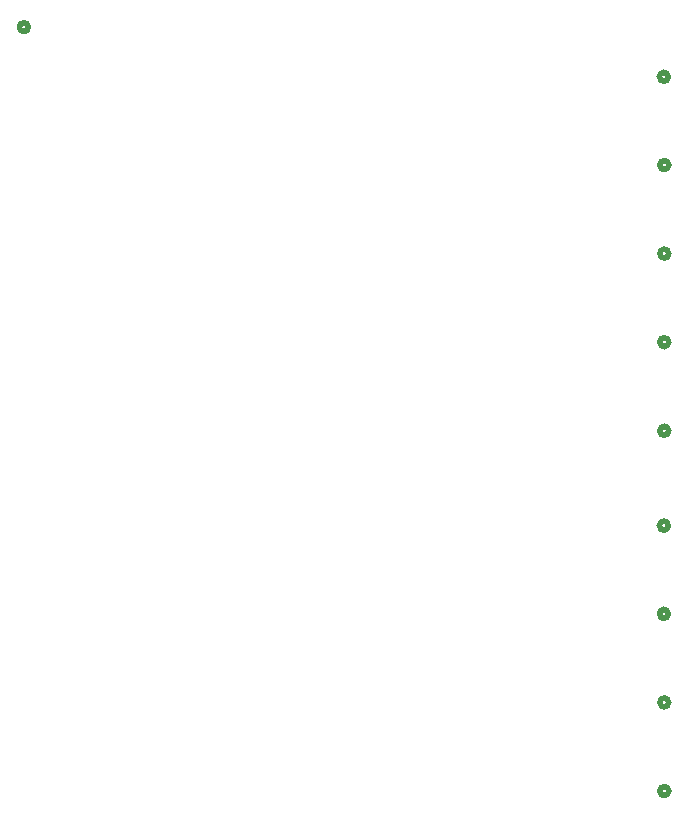
<source format=gbr>
%TF.GenerationSoftware,KiCad,Pcbnew,8.0.8*%
%TF.CreationDate,2025-02-04T22:00:34-05:00*%
%TF.ProjectId,lysimeter-pcb,6c797369-6d65-4746-9572-2d7063622e6b,rev?*%
%TF.SameCoordinates,Original*%
%TF.FileFunction,Legend,Bot*%
%TF.FilePolarity,Positive*%
%FSLAX46Y46*%
G04 Gerber Fmt 4.6, Leading zero omitted, Abs format (unit mm)*
G04 Created by KiCad (PCBNEW 8.0.8) date 2025-02-04 22:00:34*
%MOMM*%
%LPD*%
G01*
G04 APERTURE LIST*
%ADD10C,0.508000*%
G04 APERTURE END LIST*
D10*
%TO.C,J1*%
X125881000Y-61821500D02*
G75*
G02*
X125119000Y-61821500I-381000J0D01*
G01*
X125119000Y-61821500D02*
G75*
G02*
X125881000Y-61821500I381000J0D01*
G01*
%TO.C,J3*%
X180064500Y-66029801D02*
G75*
G02*
X179302500Y-66029801I-381000J0D01*
G01*
X179302500Y-66029801D02*
G75*
G02*
X180064500Y-66029801I381000J0D01*
G01*
%TO.C,J11*%
X180097900Y-126500000D02*
G75*
G02*
X179335900Y-126500000I-381000J0D01*
G01*
X179335900Y-126500000D02*
G75*
G02*
X180097900Y-126500000I381000J0D01*
G01*
%TO.C,J9*%
X180064500Y-111500000D02*
G75*
G02*
X179302500Y-111500000I-381000J0D01*
G01*
X179302500Y-111500000D02*
G75*
G02*
X180064500Y-111500000I381000J0D01*
G01*
%TO.C,J7*%
X180097900Y-96000000D02*
G75*
G02*
X179335900Y-96000000I-381000J0D01*
G01*
X179335900Y-96000000D02*
G75*
G02*
X180097900Y-96000000I381000J0D01*
G01*
%TO.C,J4*%
X180097900Y-73500000D02*
G75*
G02*
X179335900Y-73500000I-381000J0D01*
G01*
X179335900Y-73500000D02*
G75*
G02*
X180097900Y-73500000I381000J0D01*
G01*
%TO.C,J6*%
X180097900Y-88500000D02*
G75*
G02*
X179335900Y-88500000I-381000J0D01*
G01*
X179335900Y-88500000D02*
G75*
G02*
X180097900Y-88500000I381000J0D01*
G01*
%TO.C,J8*%
X180064500Y-104029801D02*
G75*
G02*
X179302500Y-104029801I-381000J0D01*
G01*
X179302500Y-104029801D02*
G75*
G02*
X180064500Y-104029801I381000J0D01*
G01*
%TO.C,J10*%
X180097900Y-119000000D02*
G75*
G02*
X179335900Y-119000000I-381000J0D01*
G01*
X179335900Y-119000000D02*
G75*
G02*
X180097900Y-119000000I381000J0D01*
G01*
%TO.C,J5*%
X180097900Y-81000000D02*
G75*
G02*
X179335900Y-81000000I-381000J0D01*
G01*
X179335900Y-81000000D02*
G75*
G02*
X180097900Y-81000000I381000J0D01*
G01*
%TD*%
M02*

</source>
